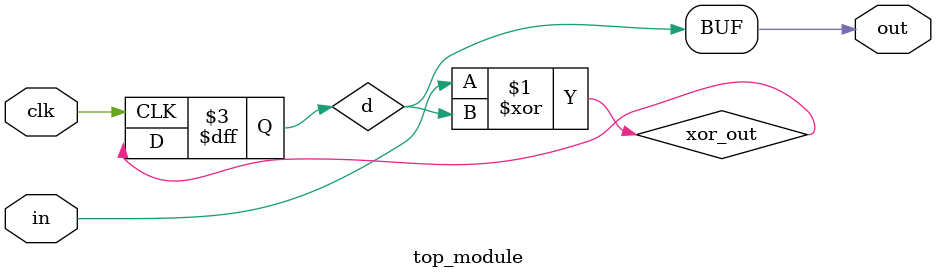
<source format=sv>
module top_module (
    input clk,
    input in,
    output logic out
);

    // Create a 2-input XOR gate
    wire xor_out;
    assign xor_out = in ^ out;
    
    // Create a D flip-flop
    reg d;
    always @(posedge clk)
        d <= xor_out;
    
    // Assign the output of the flip-flop to 'out'
    assign out = d;
    
endmodule

</source>
